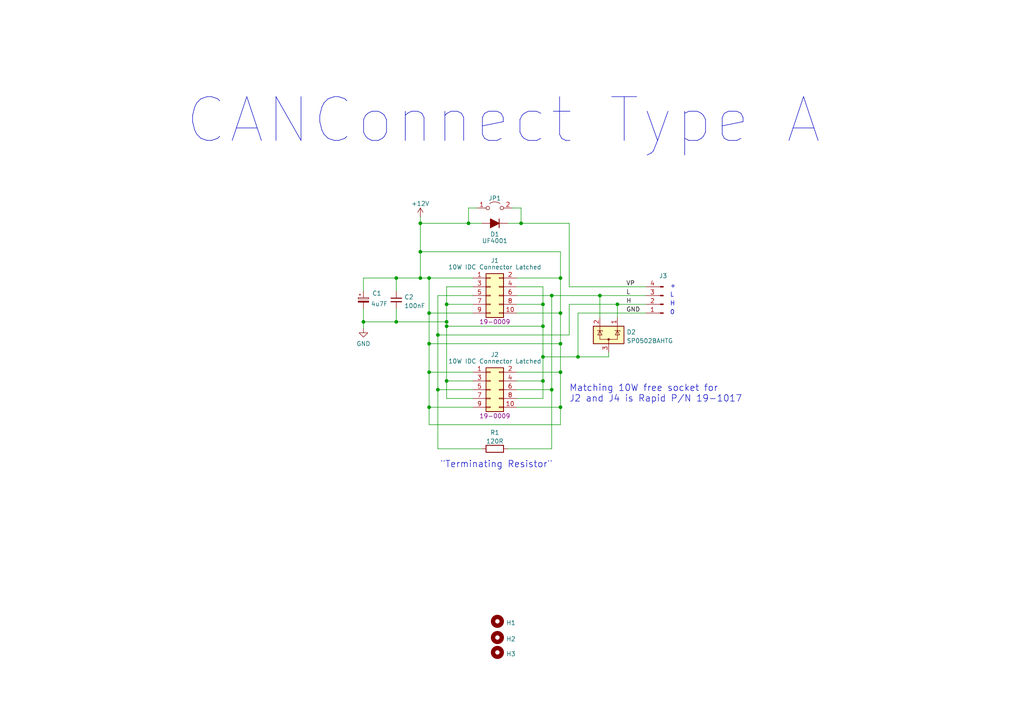
<source format=kicad_sch>
(kicad_sch (version 20211123) (generator eeschema)
  (paper "A4")
  (title_block (date "2022-07-24") (comment 1 "1003"))
  (lib_symbols
    (symbol "Connector:Conn_01x04_Male" (pin_names (offset 1.016) hide)
      (property "Reference" "J" (at 0 5.08 0))
      (property "Value" "Conn_01x04_Male" (at 0 -7.62 0))
      (symbol "Conn_01x04_Male_1_1"
        (polyline (pts (xy 1.27 -5.08) (xy 0.8636 -5.08)) (stroke (width 0.1524)))
        (polyline (pts (xy 1.27 -2.54) (xy 0.8636 -2.54)) (stroke (width 0.1524)))
        (polyline (pts (xy 1.27 0) (xy 0.8636 0)) (stroke (width 0.1524)))
        (polyline (pts (xy 1.27 2.54) (xy 0.8636 2.54)) (stroke (width 0.1524)))
        (rectangle (start 0.8636 -4.953) (end 0 -5.207) (stroke (width 0.1524)) (fill (type outline)))
        (rectangle (start 0.8636 -2.413) (end 0 -2.667) (stroke (width 0.1524)) (fill (type outline)))
        (rectangle (start 0.8636 0.127) (end 0 -0.127) (stroke (width 0.1524)) (fill (type outline)))
        (rectangle (start 0.8636 2.667) (end 0 2.413) (stroke (width 0.1524)) (fill (type outline)))
        (pin passive line (at 5.08 2.54 180) (length 3.81) (name "Pin_1") (number "1"))
        (pin passive line (at 5.08 0 180) (length 3.81) (name "Pin_2") (number "2"))
        (pin passive line (at 5.08 -2.54 180) (length 3.81) (name "Pin_3") (number "3"))
        (pin passive line (at 5.08 -5.08 180) (length 3.81) (name "Pin_4") (number "4"))
      )
    )
    (symbol "Connector_Generic:Conn_02x05_Odd_Even" (pin_names (offset 1.016) hide)
      (property "Reference" "J" (at 1.27 7.62 0))
      (property "Value" "Conn_02x05_Odd_Even" (at 1.27 -7.62 0))
      (symbol "Conn_02x05_Odd_Even_1_1"
        (rectangle (start -1.27 -4.953) (end 0 -5.207) (stroke (width 0.1524)))
        (rectangle (start -1.27 -2.413) (end 0 -2.667) (stroke (width 0.1524)))
        (rectangle (start -1.27 0.127) (end 0 -0.127) (stroke (width 0.1524)))
        (rectangle (start -1.27 2.667) (end 0 2.413) (stroke (width 0.1524)))
        (rectangle (start -1.27 5.207) (end 0 4.953) (stroke (width 0.1524)))
        (rectangle (start -1.27 6.35) (end 3.81 -6.35) (stroke (width 0.254)) (fill (type background)))
        (rectangle (start 3.81 -4.953) (end 2.54 -5.207) (stroke (width 0.1524)))
        (rectangle (start 3.81 -2.413) (end 2.54 -2.667) (stroke (width 0.1524)))
        (rectangle (start 3.81 0.127) (end 2.54 -0.127) (stroke (width 0.1524)))
        (rectangle (start 3.81 2.667) (end 2.54 2.413) (stroke (width 0.1524)))
        (rectangle (start 3.81 5.207) (end 2.54 4.953) (stroke (width 0.1524)))
        (pin passive line (at -5.08 5.08 0) (length 3.81) (name "Pin_1") (number "1"))
        (pin passive line (at 7.62 -5.08 180) (length 3.81) (name "Pin_10") (number "10"))
        (pin passive line (at 7.62 5.08 180) (length 3.81) (name "Pin_2") (number "2"))
        (pin passive line (at -5.08 2.54 0) (length 3.81) (name "Pin_3") (number "3"))
        (pin passive line (at 7.62 2.54 180) (length 3.81) (name "Pin_4") (number "4"))
        (pin passive line (at -5.08 0 0) (length 3.81) (name "Pin_5") (number "5"))
        (pin passive line (at 7.62 0 180) (length 3.81) (name "Pin_6") (number "6"))
        (pin passive line (at -5.08 -2.54 0) (length 3.81) (name "Pin_7") (number "7"))
        (pin passive line (at 7.62 -2.54 180) (length 3.81) (name "Pin_8") (number "8"))
        (pin passive line (at -5.08 -5.08 0) (length 3.81) (name "Pin_9") (number "9"))
      )
    )
    (symbol "Device:C_Polarized_Small" (pin_numbers hide) (pin_names (offset 0.254) hide)
      (property "Reference" "C" (at 0.254 1.778 0))
      (property "Value" "C_Polarized_Small" (at 0.254 -2.032 0))
      (symbol "C_Polarized_Small_0_1"
        (rectangle (start -1.524 -0.3048) (end 1.524 -0.6858) (fill (type outline)))
        (rectangle (start -1.524 0.6858) (end 1.524 0.3048))
        (polyline (pts (xy -1.27 1.524) (xy -0.762 1.524)))
        (polyline (pts (xy -1.016 1.27) (xy -1.016 1.778)))
      )
      (symbol "C_Polarized_Small_1_1"
        (pin passive line (at 0 2.54 270) (length 1.8542) (name "~") (number "1"))
        (pin passive line (at 0 -2.54 90) (length 1.8542) (name "~") (number "2"))
      )
    )
    (symbol "Device:C_Small" (pin_numbers hide) (pin_names (offset 0.254) hide)
      (property "Reference" "C" (at 0.254 1.778 0))
      (property "Value" "C_Small" (at 0.254 -2.032 0))
      (symbol "C_Small_0_1"
        (polyline (pts (xy -1.524 -0.508) (xy 1.524 -0.508)) (stroke (width 0.3302)))
        (polyline (pts (xy -1.524 0.508) (xy 1.524 0.508)) (stroke (width 0.3048)))
      )
      (symbol "C_Small_1_1"
        (pin passive line (at 0 2.54 270) (length 2.032) (name "~") (number "1"))
        (pin passive line (at 0 -2.54 90) (length 2.032) (name "~") (number "2"))
      )
    )
    (symbol "Device:D_Filled" (pin_numbers hide) (pin_names (offset 1.016) hide)
      (property "Reference" "D" (at 0 2.54 0))
      (property "Value" "D_Filled" (at 0 -2.54 0))
      (symbol "D_Filled_0_1"
        (polyline (pts (xy -1.27 1.27) (xy -1.27 -1.27)) (stroke (width 0.254)))
        (polyline (pts (xy 1.27 0) (xy -1.27 0)))
        (polyline (pts (xy 1.27 1.27) (xy 1.27 -1.27) (xy -1.27 0) (xy 1.27 1.27)) (stroke (width 0.254)) (fill (type outline)))
      )
      (symbol "D_Filled_1_1"
        (pin passive line (at -3.81 0 0) (length 2.54) (name "K") (number "1"))
        (pin passive line (at 3.81 0 180) (length 2.54) (name "A") (number "2"))
      )
    )
    (symbol "Device:R" (pin_numbers hide) (pin_names (offset 0))
      (property "Reference" "R" (at 2.032 0 90))
      (property "Value" "R" (at 0 0 90))
      (symbol "R_0_1"
        (rectangle (start -1.016 -2.54) (end 1.016 2.54) (stroke (width 0.254)))
      )
      (symbol "R_1_1"
        (pin passive line (at 0 3.81 270) (length 1.27) (name "~") (number "1"))
        (pin passive line (at 0 -3.81 90) (length 1.27) (name "~") (number "2"))
      )
    )
    (symbol "Jumper:Jumper_2_Open" (pin_names (offset 0) hide)
      (property "Reference" "JP" (at 0 2.794 0))
      (property "Value" "Jumper_2_Open" (at 0 -2.286 0))
      (symbol "Jumper_2_Open_0_0"
        (circle (center -2.032 0) (radius 0.508))
        (circle (center 2.032 0) (radius 0.508))
      )
      (symbol "Jumper_2_Open_0_1"
        (arc (start 1.524 1.27) (mid 0 1.778) (end -1.524 1.27))
      )
      (symbol "Jumper_2_Open_1_1"
        (pin passive line (at -5.08 0 0) (length 2.54) (name "A") (number "1"))
        (pin passive line (at 5.08 0 180) (length 2.54) (name "B") (number "2"))
      )
    )
    (symbol "Mechanical:MountingHole" (pin_names (offset 1.016))
      (property "Reference" "H" (at 0 5.08 0))
      (property "Value" "MountingHole" (at 0 3.175 0))
      (symbol "MountingHole_0_1"
        (circle (center 0 0) (radius 1.27) (stroke (width 1.27)))
      )
    )
    (symbol "Power_Protection:SP0502BAHT" (pin_names hide)
      (property "Reference" "D" (at 5.715 2.54 0))
      (property "Value" "SP0502BAHT" (at 5.715 0.635 0))
      (symbol "SP0502BAHT_0_0"
        (pin passive line (at 0 -5.08 90) (length 2.54) (name "A") (number "3"))
      )
      (symbol "SP0502BAHT_0_1"
        (rectangle (start -4.445 2.54) (end 4.445 -2.54) (stroke (width 0.254)) (fill (type background)))
        (circle (center 0 -1.27) (radius 0.254) (fill (type outline)))
        (polyline (pts (xy -2.54 2.54) (xy -2.54 1.27)))
        (polyline (pts (xy 0 -1.27) (xy 0 -2.54)))
        (polyline (pts (xy 2.54 2.54) (xy 2.54 1.27)))
        (polyline (pts (xy -3.302 1.016) (xy -3.302 1.27) (xy -1.905 1.27) (xy -1.778 1.27)))
        (polyline (pts (xy -2.54 1.27) (xy -2.54 -1.27) (xy 2.54 -1.27) (xy 2.54 1.27)))
        (polyline (pts (xy -2.54 1.27) (xy -1.905 0) (xy -3.175 0) (xy -2.54 1.27)))
        (polyline (pts (xy 1.778 1.016) (xy 1.778 1.27) (xy 3.175 1.27) (xy 3.302 1.27)))
        (polyline (pts (xy 2.54 1.27) (xy 1.905 0) (xy 3.175 0) (xy 2.54 1.27)))
      )
      (symbol "SP0502BAHT_1_1"
        (pin passive line (at -2.54 5.08 270) (length 2.54) (name "K") (number "1"))
        (pin passive line (at 2.54 5.08 270) (length 2.54) (name "K") (number "2"))
      )
    )
    (symbol "power:+12V" (power) (pin_names (offset 0))
      (property "Value" "+12V" (at 0 3.556 0))
      (symbol "+12V_0_1"
        (polyline (pts (xy -0.762 1.27) (xy 0 2.54)))
        (polyline (pts (xy 0 0) (xy 0 2.54)))
        (polyline (pts (xy 0 2.54) (xy 0.762 1.27)))
      )
      (symbol "+12V_1_1"
        (pin power_in line (at 0 0 90) (length 0) hide (name "+12V") (number "1"))
      )
    )
    (symbol "power:GND" (power) (pin_names (offset 0))
      (property "Value" "GND" (at 0 -3.81 0))
      (symbol "GND_0_1"
        (polyline (pts (xy 0 0) (xy 0 -1.27) (xy 1.27 -1.27) (xy 0 -2.54) (xy -1.27 -1.27) (xy 0 -1.27)))
      )
      (symbol "GND_1_1"
        (pin power_in line (at 0 0 270) (length 0) hide (name "GND") (number "1"))
      )
    )
  )
  (junction (at 167.64 103.505))
  (junction (at 162.56 80.645))
  (junction (at 124.46 80.645))
  (junction (at 129.54 88.265))
  (junction (at 121.92 64.77))
  (junction (at 151.13 64.77))
  (junction (at 124.46 107.95))
  (junction (at 162.56 107.95))
  (junction (at 162.56 90.805))
  (junction (at 127 113.03))
  (junction (at 160.02 85.725))
  (junction (at 124.46 90.805))
  (junction (at 124.46 118.11))
  (junction (at 157.48 110.49))
  (junction (at 127 97.155))
  (junction (at 114.935 80.645))
  (junction (at 129.54 93.345))
  (junction (at 173.99 85.725))
  (junction (at 124.46 99.695))
  (junction (at 162.56 118.11))
  (junction (at 157.48 88.265))
  (junction (at 135.89 64.77))
  (junction (at 114.935 93.345))
  (junction (at 129.54 110.49))
  (junction (at 162.56 99.695))
  (junction (at 121.92 73.025))
  (junction (at 179.07 88.265))
  (junction (at 157.48 94.615))
  (junction (at 160.02 113.03))
  (junction (at 157.48 103.505))
  (junction (at 129.54 94.615))
  (junction (at 121.92 80.645))
  (junction (at 105.41 93.345))
  (wire (pts (xy 129.54 115.57) (xy 137.16 115.57)))
  (wire (pts (xy 149.86 113.03) (xy 160.02 113.03)))
  (wire (pts (xy 147.32 130.175) (xy 160.02 130.175)))
  (wire (pts (xy 162.56 118.11) (xy 162.56 123.19)))
  (wire (pts (xy 179.07 88.265) (xy 179.07 92.075)))
  (wire (pts (xy 149.86 118.11) (xy 162.56 118.11)))
  (wire (pts (xy 127 113.03) (xy 127 130.175)))
  (wire (pts (xy 151.13 64.77) (xy 165.1 64.77)))
  (wire (pts (xy 135.89 60.325) (xy 135.89 64.77)))
  (wire (pts (xy 121.92 62.865) (xy 121.92 64.77)))
  (wire (pts (xy 173.99 85.725) (xy 173.99 92.075)))
  (wire (pts (xy 127 97.155) (xy 127 113.03)))
  (wire (pts (xy 149.86 110.49) (xy 157.48 110.49)))
  (wire (pts (xy 179.07 88.265) (xy 187.325 88.265)))
  (wire (pts (xy 149.86 90.805) (xy 162.56 90.805)))
  (wire (pts (xy 157.48 94.615) (xy 157.48 103.505)))
  (wire (pts (xy 124.46 80.645) (xy 124.46 90.805)))
  (wire (pts (xy 157.48 88.265) (xy 157.48 94.615)))
  (wire (pts (xy 160.02 85.725) (xy 160.02 113.03)))
  (wire (pts (xy 160.02 85.725) (xy 173.99 85.725)))
  (wire (pts (xy 114.935 89.535) (xy 114.935 93.345)))
  (wire (pts (xy 138.43 60.325) (xy 135.89 60.325)))
  (wire (pts (xy 160.02 113.03) (xy 160.02 130.175)))
  (wire (pts (xy 129.54 110.49) (xy 137.16 110.49)))
  (wire (pts (xy 105.41 80.645) (xy 105.41 84.455)))
  (wire (pts (xy 127 85.725) (xy 137.16 85.725)))
  (wire (pts (xy 124.46 90.805) (xy 137.16 90.805)))
  (wire (pts (xy 162.56 90.805) (xy 162.56 80.645)))
  (wire (pts (xy 114.935 93.345) (xy 129.54 93.345)))
  (wire (pts (xy 149.86 80.645) (xy 162.56 80.645)))
  (wire (pts (xy 165.1 88.265) (xy 179.07 88.265)))
  (wire (pts (xy 124.46 107.95) (xy 137.16 107.95)))
  (wire (pts (xy 176.53 103.505) (xy 176.53 102.235)))
  (wire (pts (xy 151.13 60.325) (xy 151.13 64.77)))
  (wire (pts (xy 121.92 64.77) (xy 135.89 64.77)))
  (wire (pts (xy 157.48 103.505) (xy 157.48 110.49)))
  (wire (pts (xy 149.86 85.725) (xy 160.02 85.725)))
  (wire (pts (xy 149.86 88.265) (xy 157.48 88.265)))
  (wire (pts (xy 121.92 80.645) (xy 124.46 80.645)))
  (wire (pts (xy 187.325 90.805) (xy 167.64 90.805)))
  (wire (pts (xy 149.86 107.95) (xy 162.56 107.95)))
  (wire (pts (xy 105.41 93.345) (xy 114.935 93.345)))
  (wire (pts (xy 129.54 93.345) (xy 129.54 94.615)))
  (wire (pts (xy 129.54 88.265) (xy 137.16 88.265)))
  (wire (pts (xy 162.56 99.695) (xy 162.56 107.95)))
  (wire (pts (xy 165.1 97.155) (xy 165.1 88.265)))
  (wire (pts (xy 167.64 103.505) (xy 176.53 103.505)))
  (wire (pts (xy 127 130.175) (xy 139.7 130.175)))
  (wire (pts (xy 127 85.725) (xy 127 97.155)))
  (wire (pts (xy 162.56 80.645) (xy 162.56 73.025)))
  (wire (pts (xy 124.46 118.11) (xy 124.46 123.19)))
  (wire (pts (xy 165.1 83.185) (xy 187.325 83.185)))
  (wire (pts (xy 167.64 90.805) (xy 167.64 103.505)))
  (wire (pts (xy 124.46 107.95) (xy 124.46 118.11)))
  (wire (pts (xy 121.92 73.025) (xy 121.92 80.645)))
  (wire (pts (xy 137.16 113.03) (xy 127 113.03)))
  (wire (pts (xy 114.935 80.645) (xy 121.92 80.645)))
  (wire (pts (xy 129.54 88.265) (xy 129.54 93.345)))
  (wire (pts (xy 124.46 90.805) (xy 124.46 99.695)))
  (wire (pts (xy 105.41 93.345) (xy 105.41 95.25)))
  (wire (pts (xy 127 97.155) (xy 165.1 97.155)))
  (wire (pts (xy 129.54 94.615) (xy 129.54 110.49)))
  (wire (pts (xy 105.41 80.645) (xy 114.935 80.645)))
  (wire (pts (xy 162.56 107.95) (xy 162.56 118.11)))
  (wire (pts (xy 165.1 83.185) (xy 165.1 64.77)))
  (wire (pts (xy 121.92 64.77) (xy 121.92 73.025)))
  (wire (pts (xy 135.89 64.77) (xy 139.7 64.77)))
  (wire (pts (xy 124.46 123.19) (xy 162.56 123.19)))
  (wire (pts (xy 129.54 94.615) (xy 157.48 94.615)))
  (wire (pts (xy 157.48 83.185) (xy 157.48 88.265)))
  (wire (pts (xy 129.54 110.49) (xy 129.54 115.57)))
  (wire (pts (xy 124.46 99.695) (xy 124.46 107.95)))
  (wire (pts (xy 137.16 83.185) (xy 129.54 83.185)))
  (wire (pts (xy 137.16 118.11) (xy 124.46 118.11)))
  (wire (pts (xy 124.46 99.695) (xy 162.56 99.695)))
  (wire (pts (xy 149.86 115.57) (xy 157.48 115.57)))
  (wire (pts (xy 173.99 85.725) (xy 187.325 85.725)))
  (wire (pts (xy 162.56 99.695) (xy 162.56 90.805)))
  (wire (pts (xy 149.86 83.185) (xy 157.48 83.185)))
  (wire (pts (xy 148.59 60.325) (xy 151.13 60.325)))
  (wire (pts (xy 157.48 110.49) (xy 157.48 115.57)))
  (wire (pts (xy 114.935 80.645) (xy 114.935 84.455)))
  (wire (pts (xy 157.48 103.505) (xy 167.64 103.505)))
  (wire (pts (xy 105.41 89.535) (xy 105.41 93.345)))
  (wire (pts (xy 129.54 83.185) (xy 129.54 88.265)))
  (wire (pts (xy 147.32 64.77) (xy 151.13 64.77)))
  (wire (pts (xy 124.46 80.645) (xy 137.16 80.645)))
  (wire (pts (xy 121.92 73.025) (xy 162.56 73.025)))
  (text "\"Terminating Resistor\"" (at 127.635 135.89 0) (effects (font (size 1.905 1.905)) (justify left bottom)))
  (text "CANConnect Type A" (at 53.34 42.545 0) (effects (font (size 12.7 12.7)) (justify left bottom)))
  (text "+" (at 194.31 83.82 0) (effects (font (size 1.27 1.27)) (justify left bottom)))
  (text "H" (at 194.31 88.9 0) (effects (font (size 1.27 1.27)) (justify left bottom)))
  (text "L" (at 194.31 86.36 0) (effects (font (size 1.27 1.27)) (justify left bottom)))
  (text "0" (at 194.31 91.44 0) (effects (font (size 1.27 1.27)) (justify left bottom)))
  (text "Matching 10W free socket for\nJ2 and J4 is Rapid P/N 19-1017" (at 165.1 116.84 0) (effects (font (size 1.905 1.905)) (justify left bottom)))
  (label "H" (at 181.61 88.265 0))
  (label "GND" (at 181.61 90.805 0))
  (label "L" (at 181.61 85.725 0))
  (label "VP" (at 181.61 83.185 0))
  (symbol (lib_id "Power_Protection:SP0502BAHT") (at 176.53 97.155 0) (mirror y) (unit 1)
    (property "Reference" "D2" (at 181.737 96.3203 0) (effects (justify right)))
    (property "Value" "SP0502BAHTG" (at 181.737 98.8572 0) (effects (justify right)))
    (property "Footprint" "Package_TO_SOT_SMD:SOT-23" (effects hide))
    (property "Datasheet" "http://www.littelfuse.com/~/media/files/littelfuse/technical%20resources/documents/data%20sheets/sp05xxba.pdf" (effects hide))
  )
  (symbol (lib_id "Connector_Generic:Conn_02x05_Odd_Even") (at 142.24 85.725 0) (unit 1)
    (property "Reference" "J1" (at 143.51 75.565 0))
    (property "Value" "10W IDC Connector Latched" (at 143.51 77.47 0))
    (property "Footprint" "Connector_IDC:IDC-Header_2x05_P2.54mm_Latch_Vertical" (effects hide))
    (property "Part No." "19-0009" (at 143.51 93.345 0))
  )
  (symbol (lib_id "Device:C_Small") (at 114.935 86.995 0) (unit 1)
    (property "Reference" "C2" (at 117.2591 86.1666 0) (effects (justify left)))
    (property "Value" "100nF" (at 117.2591 88.7035 0) (effects (justify left)))
    (property "Footprint" "Capacitor_THT:C_Disc_D5.0mm_W2.5mm_P5.00mm" (effects hide))
  )
  (symbol (lib_id "Device:D_Filled") (at 143.51 64.77 180) (unit 1)
    (property "Reference" "D1" (at 143.51 67.945 0))
    (property "Value" "UF4001" (at 143.51 69.85 0))
    (property "Footprint" "Diode_THT:D_DO-41_SOD81_P10.16mm_Horizontal" (effects hide))
  )
  (symbol (lib_id "Mechanical:MountingHole") (at 144.272 184.912 0) (unit 1)
    (property "Reference" "H2" (at 146.812 185.3458 0) (effects (justify left)))
    (property "Value" "MountingHole" (effects hide))
    (property "Footprint" "MountingHole:MountingHole_3.2mm_M3_DIN965_Pad_TopBottom" (effects hide))
  )
  (symbol (lib_id "power:GND") (at 105.41 95.25 0) (unit 1)
    (property "Reference" "#PWR0101" (effects hide))
    (property "Value" "GND" (at 105.41 99.6934 0))
  )
  (symbol (lib_id "power:+12V") (at 121.92 62.865 0) (unit 1)
    (property "Reference" "#PWR01" (effects hide))
    (property "Value" "+12V" (at 121.92 59.055 0))
  )
  (symbol (lib_id "Connector_Generic:Conn_02x05_Odd_Even") (at 142.24 113.03 0) (unit 1)
    (property "Reference" "J2" (at 143.51 102.87 0))
    (property "Value" "10W IDC Connector Latched" (at 143.51 104.775 0))
    (property "Footprint" "Connector_IDC:IDC-Header_2x05_P2.54mm_Latch_Vertical" (effects hide))
    (property "Part No." "19-0009" (at 143.51 120.65 0))
  )
  (symbol (lib_id "Device:R") (at 143.51 130.175 90) (unit 1)
    (property "Reference" "R1" (at 143.51 125.4592 90))
    (property "Value" "120R" (at 143.51 127.9961 90))
    (property "Footprint" "Resistor_THT:R_Axial_DIN0207_L6.3mm_D2.5mm_P10.16mm_Horizontal" (effects hide))
  )
  (symbol (lib_id "Mechanical:MountingHole") (at 144.272 189.23 0) (unit 1)
    (property "Reference" "H3" (at 146.812 189.6638 0) (effects (justify left)))
    (property "Value" "MountingHole" (effects hide))
    (property "Footprint" "MountingHole:MountingHole_3.2mm_M3_DIN965_Pad_TopBottom" (effects hide))
  )
  (symbol (lib_id "Jumper:Jumper_2_Open") (at 143.51 60.325 0) (unit 1)
    (property "Reference" "JP1" (at 143.51 57.5112 0))
    (property "Value" "Jumper_2_Open" (effects hide))
    (property "Footprint" "Connector_PinHeader_2.54mm:PinHeader_1x02_P2.54mm_Vertical" (effects hide))
  )
  (symbol (lib_id "Connector:Conn_01x04_Male") (at 192.405 88.265 180) (unit 1)
    (property "Reference" "J3" (at 191.135 80.01 0) (effects (justify right)))
    (property "Value" "Conn_01x04_Male" (effects hide))
    (property "Footprint" "mylib:Camdenboss_3pt5mm_pitch_PCB_horizontal_4Way" (effects hide))
  )
  (symbol (lib_id "Device:C_Polarized_Small") (at 105.41 86.995 0) (unit 1)
    (property "Reference" "C1" (at 107.95 85.09 0) (effects (justify left)))
    (property "Value" "4u7F" (at 107.569 88.1511 0) (effects (justify left)))
    (property "Footprint" "Capacitor_THT:CP_Radial_Tantal_D4.5mm_P5.00mm" (effects hide))
  )
  (symbol (lib_id "Mechanical:MountingHole") (at 144.272 180.213 0) (unit 1)
    (property "Reference" "H1" (at 146.812 180.6468 0) (effects (justify left)))
    (property "Value" "MountingHole" (effects hide))
    (property "Footprint" "MountingHole:MountingHole_3.2mm_M3_DIN965_Pad_TopBottom" (effects hide))
  )
)
</source>
